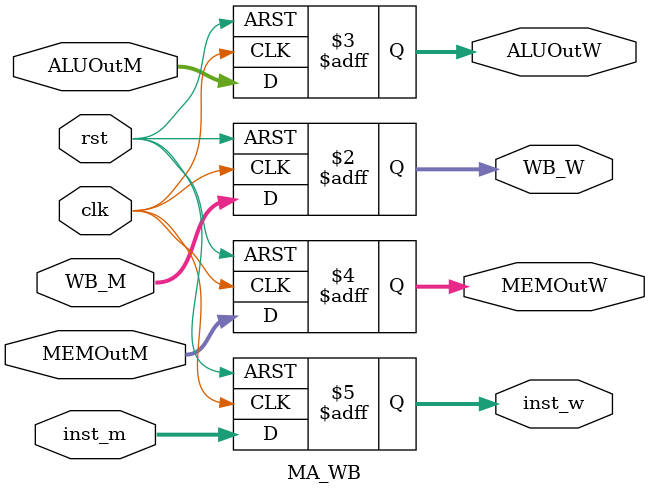
<source format=v>
`timescale 1ns / 1ps
module MA_WB (
    input clk,rst,
    input wire[2:0] WB_M,
    input wire [31:0] ALUOutM,
    input wire [31:0] MEMOutM,
    input wire [31:0] inst_m,
    output reg[2:0] WB_W,
    output reg [31:0] ALUOutW,
    output reg [31:0] MEMOutW,
    output reg [31:0] inst_w
);
     // 流水线寄存器更新逻辑
    always @(posedge clk or posedge rst) begin
        if (rst) begin
            // 复位所有流水线寄存器
            WB_W <= 3'b0;
            ALUOutW <= 32'b0;
            MEMOutW <= 32'b0;
            inst_w <= 32'b0;
        end
        else begin
            // 在每个时钟上升沿，将 MA 阶段的数据传递到 WB 阶段
            WB_W <= WB_M;
            ALUOutW <= ALUOutM;
            MEMOutW <= MEMOutM;
            inst_w <= inst_m;
        end
    end
endmodule
</source>
